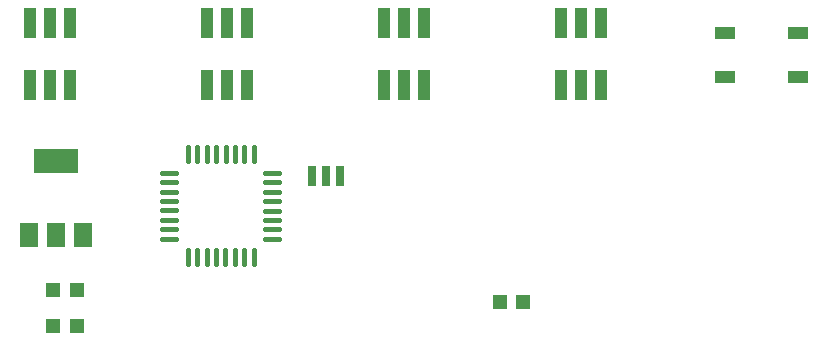
<source format=gtp>
G04 ---------------------------- Layer name :TOP PASTER LAYER*
G04 EasyEDA v5.4.12, Mon, 21 May 2018 10:25:39 GMT*
G04 d0ac2e000ddc4f35a868ce4d586767d9*
G04 Gerber Generator version 0.2*
G04 Scale: 100 percent, Rotated: No, Reflected: No *
G04 Dimensions in millimeters *
G04 leading zeros omitted , absolute positions ,3 integer and 3 decimal *
%FSLAX33Y33*%
%MOMM*%
G90*
G71D02*

%ADD14C,0.449999*%
%ADD16R,3.799992X1.999996*%
%ADD17R,1.499997X1.999996*%
%ADD18R,0.701040X1.699260*%
%ADD19R,1.799996X1.099998*%
%ADD20R,1.099998X2.499995*%
%ADD21R,1.206500X1.206500*%

%LPD*%
G54D14*
G01X28194Y14081D02*
G01X28194Y15281D01*
G01X27393Y14081D02*
G01X27393Y15281D01*
G01X26593Y14081D02*
G01X26593Y15281D01*
G01X25793Y14081D02*
G01X25793Y15281D01*
G01X24996Y14081D02*
G01X24996Y15281D01*
G01X24196Y14081D02*
G01X24196Y15281D01*
G01X23395Y14081D02*
G01X23395Y15281D01*
G01X22595Y14081D02*
G01X22595Y15281D01*
G01X21631Y16256D02*
G01X20431Y16256D01*
G01X21631Y17056D02*
G01X20431Y17056D01*
G01X21631Y17856D02*
G01X20431Y17856D01*
G01X21631Y18656D02*
G01X20431Y18656D01*
G01X21631Y19453D02*
G01X20431Y19453D01*
G01X21631Y20253D02*
G01X20431Y20253D01*
G01X21631Y21054D02*
G01X20431Y21054D01*
G01X21631Y21854D02*
G01X20431Y21854D01*
G01X22606Y22844D02*
G01X22606Y24044D01*
G01X23406Y22844D02*
G01X23406Y24044D01*
G01X24206Y22844D02*
G01X24206Y24044D01*
G01X25006Y22844D02*
G01X25006Y24044D01*
G01X25803Y22844D02*
G01X25803Y24044D01*
G01X26603Y22844D02*
G01X26603Y24044D01*
G01X27404Y22844D02*
G01X27404Y24044D01*
G01X28204Y22844D02*
G01X28204Y24044D01*
G01X30368Y21844D02*
G01X29168Y21844D01*
G01X30368Y21043D02*
G01X29168Y21043D01*
G01X30368Y20243D02*
G01X29168Y20243D01*
G01X30368Y19443D02*
G01X29168Y19443D01*
G01X30368Y18646D02*
G01X29168Y18646D01*
G01X30368Y17846D02*
G01X29168Y17846D01*
G01X30368Y17045D02*
G01X29168Y17045D01*
G01X30368Y16245D02*
G01X29168Y16245D01*
G54D16*
G01X11430Y22860D03*
G54D17*
G01X11430Y16560D03*
G01X13731Y16560D03*
G01X9131Y16560D03*
G54D18*
G01X33096Y21590D03*
G01X34290Y21590D03*
G01X35483Y21590D03*
G54D19*
G01X68072Y33688D03*
G01X68072Y29987D03*
G01X74272Y33688D03*
G01X74272Y29987D03*
G54D20*
G01X57635Y34510D03*
G01X55935Y34508D03*
G01X54236Y34510D03*
G01X57635Y29309D03*
G01X55935Y29309D03*
G01X54236Y29309D03*
G01X42636Y34510D03*
G01X40934Y34508D03*
G01X39235Y34510D03*
G01X42636Y29309D03*
G01X40937Y29309D03*
G01X39235Y29309D03*
G01X27635Y34510D03*
G01X25935Y34508D03*
G01X24236Y34510D03*
G01X27635Y29309D03*
G01X25935Y29309D03*
G01X24236Y29309D03*
G01X12636Y34510D03*
G01X10934Y34508D03*
G01X9235Y34510D03*
G01X12636Y29309D03*
G01X10937Y29309D03*
G01X9235Y29309D03*
G54D21*
G01X49022Y10922D03*
G01X51003Y10922D03*
G01X13208Y8890D03*
G01X11226Y8890D03*
G01X13208Y11938D03*
G01X11226Y11938D03*
M00*
M02*

</source>
